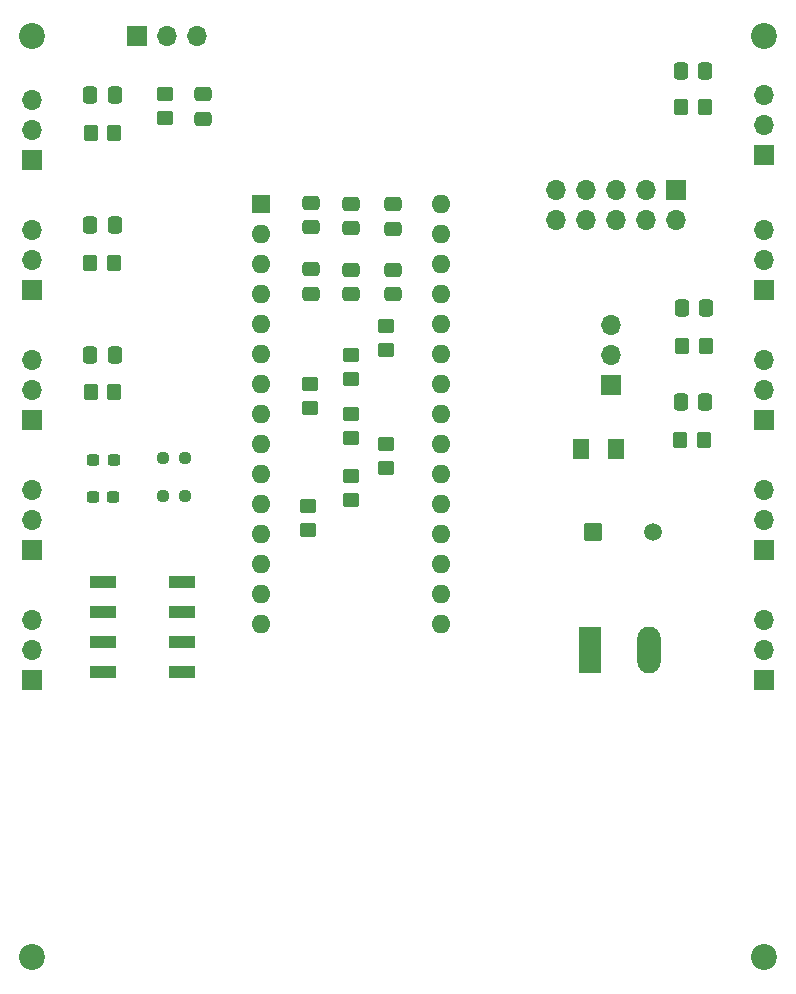
<source format=gbr>
%TF.GenerationSoftware,KiCad,Pcbnew,8.0.4*%
%TF.CreationDate,2025-01-16T20:27:34-05:00*%
%TF.ProjectId,eclipseControlPCB,65636c69-7073-4654-936f-6e74726f6c50,rev?*%
%TF.SameCoordinates,Original*%
%TF.FileFunction,Soldermask,Top*%
%TF.FilePolarity,Negative*%
%FSLAX46Y46*%
G04 Gerber Fmt 4.6, Leading zero omitted, Abs format (unit mm)*
G04 Created by KiCad (PCBNEW 8.0.4) date 2025-01-16 20:27:34*
%MOMM*%
%LPD*%
G01*
G04 APERTURE LIST*
G04 Aperture macros list*
%AMRoundRect*
0 Rectangle with rounded corners*
0 $1 Rounding radius*
0 $2 $3 $4 $5 $6 $7 $8 $9 X,Y pos of 4 corners*
0 Add a 4 corners polygon primitive as box body*
4,1,4,$2,$3,$4,$5,$6,$7,$8,$9,$2,$3,0*
0 Add four circle primitives for the rounded corners*
1,1,$1+$1,$2,$3*
1,1,$1+$1,$4,$5*
1,1,$1+$1,$6,$7*
1,1,$1+$1,$8,$9*
0 Add four rect primitives between the rounded corners*
20,1,$1+$1,$2,$3,$4,$5,0*
20,1,$1+$1,$4,$5,$6,$7,0*
20,1,$1+$1,$6,$7,$8,$9,0*
20,1,$1+$1,$8,$9,$2,$3,0*%
G04 Aperture macros list end*
%ADD10RoundRect,0.250000X-0.350000X-0.450000X0.350000X-0.450000X0.350000X0.450000X-0.350000X0.450000X0*%
%ADD11R,1.700000X1.700000*%
%ADD12O,1.700000X1.700000*%
%ADD13RoundRect,0.237500X-0.300000X-0.237500X0.300000X-0.237500X0.300000X0.237500X-0.300000X0.237500X0*%
%ADD14RoundRect,0.250000X0.450000X-0.350000X0.450000X0.350000X-0.450000X0.350000X-0.450000X-0.350000X0*%
%ADD15RoundRect,0.250000X0.475000X-0.337500X0.475000X0.337500X-0.475000X0.337500X-0.475000X-0.337500X0*%
%ADD16RoundRect,0.250000X-0.450000X0.350000X-0.450000X-0.350000X0.450000X-0.350000X0.450000X0.350000X0*%
%ADD17RoundRect,0.250000X-0.337500X-0.475000X0.337500X-0.475000X0.337500X0.475000X-0.337500X0.475000X0*%
%ADD18RoundRect,0.250001X0.462499X0.624999X-0.462499X0.624999X-0.462499X-0.624999X0.462499X-0.624999X0*%
%ADD19RoundRect,0.250000X-0.475000X0.337500X-0.475000X-0.337500X0.475000X-0.337500X0.475000X0.337500X0*%
%ADD20RoundRect,0.250000X0.350000X0.450000X-0.350000X0.450000X-0.350000X-0.450000X0.350000X-0.450000X0*%
%ADD21C,2.200000*%
%ADD22R,2.160000X1.120000*%
%ADD23RoundRect,0.250000X0.337500X0.475000X-0.337500X0.475000X-0.337500X-0.475000X0.337500X-0.475000X0*%
%ADD24R,1.600000X1.600000*%
%ADD25O,1.600000X1.600000*%
%ADD26R,1.980000X3.960000*%
%ADD27O,1.980000X3.960000*%
%ADD28RoundRect,0.237500X0.250000X0.237500X-0.250000X0.237500X-0.250000X-0.237500X0.250000X-0.237500X0*%
%ADD29RoundRect,0.102000X0.654000X-0.654000X0.654000X0.654000X-0.654000X0.654000X-0.654000X-0.654000X0*%
%ADD30C,1.512000*%
G04 APERTURE END LIST*
D10*
%TO.C,R6*%
X30977500Y-32185400D03*
X32977500Y-32185400D03*
%TD*%
D11*
%TO.C,J12*%
X26000000Y-34525000D03*
D12*
X26000000Y-31985000D03*
X26000000Y-29445000D03*
%TD*%
D11*
%TO.C,J3*%
X88000000Y-56525000D03*
D12*
X88000000Y-53985000D03*
X88000000Y-51445000D03*
%TD*%
D13*
%TO.C,D1*%
X31188300Y-59901200D03*
X32913300Y-59901200D03*
%TD*%
D14*
%TO.C,R15*%
X53010000Y-53021600D03*
X53010000Y-51021600D03*
%TD*%
D11*
%TO.C,J8*%
X75000000Y-53525000D03*
D12*
X75000000Y-50985000D03*
X75000000Y-48445000D03*
%TD*%
D15*
%TO.C,C4*%
X56566000Y-45845500D03*
X56566000Y-43770500D03*
%TD*%
D16*
%TO.C,R14*%
X53000000Y-56000000D03*
X53000000Y-58000000D03*
%TD*%
D11*
%TO.C,J2*%
X26000000Y-56525000D03*
D12*
X26000000Y-53985000D03*
X26000000Y-51445000D03*
%TD*%
D11*
%TO.C,J10*%
X88000000Y-78555000D03*
D12*
X88000000Y-76015000D03*
X88000000Y-73475000D03*
%TD*%
D17*
%TO.C,C9*%
X30925000Y-28985000D03*
X33000000Y-28985000D03*
%TD*%
D10*
%TO.C,R8*%
X30942700Y-43200400D03*
X32942700Y-43200400D03*
%TD*%
D11*
%TO.C,J6*%
X26000000Y-45540000D03*
D12*
X26000000Y-43000000D03*
X26000000Y-40460000D03*
%TD*%
D18*
%TO.C,F1*%
X75487500Y-59000000D03*
X72512500Y-59000000D03*
%TD*%
D19*
%TO.C,C3*%
X49606400Y-38131700D03*
X49606400Y-40206700D03*
%TD*%
D16*
%TO.C,R9*%
X37295400Y-28942700D03*
X37295400Y-30942700D03*
%TD*%
D20*
%TO.C,R13*%
X82976800Y-30000000D03*
X80976800Y-30000000D03*
%TD*%
%TO.C,R4*%
X82898400Y-58200400D03*
X80898400Y-58200400D03*
%TD*%
D11*
%TO.C,J15*%
X88000000Y-34080000D03*
D12*
X88000000Y-31540000D03*
X88000000Y-29000000D03*
%TD*%
D14*
%TO.C,R5*%
X49555600Y-55460000D03*
X49555600Y-53460000D03*
%TD*%
D11*
%TO.C,J5*%
X26000000Y-67540000D03*
D12*
X26000000Y-65000000D03*
X26000000Y-62460000D03*
%TD*%
D21*
%TO.C,H1*%
X26000000Y-102000000D03*
%TD*%
D15*
%TO.C,C5*%
X53010000Y-45845500D03*
X53010000Y-43770500D03*
%TD*%
D14*
%TO.C,R16*%
X56000000Y-60540000D03*
X56000000Y-58540000D03*
%TD*%
D22*
%TO.C,SW1*%
X32000000Y-70190000D03*
X32000000Y-72730000D03*
X32000000Y-75270000D03*
X32000000Y-77810000D03*
X38730000Y-77810000D03*
X38730000Y-75270000D03*
X38730000Y-72730000D03*
X38730000Y-70190000D03*
%TD*%
D15*
%TO.C,C6*%
X49606400Y-45816200D03*
X49606400Y-43741200D03*
%TD*%
D23*
%TO.C,C12*%
X83000000Y-27000000D03*
X80925000Y-27000000D03*
%TD*%
D21*
%TO.C,H3*%
X26000000Y-24000000D03*
%TD*%
D14*
%TO.C,R10*%
X56000000Y-50583200D03*
X56000000Y-48583200D03*
%TD*%
D21*
%TO.C,H4*%
X88000000Y-102000000D03*
%TD*%
D11*
%TO.C,J11*%
X26000000Y-78525000D03*
D12*
X26000000Y-75985000D03*
X26000000Y-73445000D03*
%TD*%
D14*
%TO.C,R12*%
X53010000Y-63283200D03*
X53010000Y-61283200D03*
%TD*%
D10*
%TO.C,R3*%
X30977500Y-54149600D03*
X32977500Y-54149600D03*
%TD*%
D11*
%TO.C,J4*%
X34920000Y-24000000D03*
D12*
X37460000Y-24000000D03*
X40000000Y-24000000D03*
%TD*%
D24*
%TO.C,A1*%
X45390000Y-38254800D03*
D25*
X45390000Y-40794800D03*
X45390000Y-43334800D03*
X45390000Y-45874800D03*
X45390000Y-48414800D03*
X45390000Y-50954800D03*
X45390000Y-53494800D03*
X45390000Y-56034800D03*
X45390000Y-58574800D03*
X45390000Y-61114800D03*
X45390000Y-63654800D03*
X45390000Y-66194800D03*
X45390000Y-68734800D03*
X45390000Y-71274800D03*
X45390000Y-73814800D03*
X60630000Y-73814800D03*
X60630000Y-71274800D03*
X60630000Y-68734800D03*
X60630000Y-66194800D03*
X60630000Y-63654800D03*
X60630000Y-61114800D03*
X60630000Y-58574800D03*
X60630000Y-56034800D03*
X60630000Y-53494800D03*
X60630000Y-50954800D03*
X60630000Y-48414800D03*
X60630000Y-45874800D03*
X60630000Y-43334800D03*
X60630000Y-40794800D03*
X60630000Y-38254800D03*
%TD*%
D17*
%TO.C,C10*%
X30925000Y-40000000D03*
X33000000Y-40000000D03*
%TD*%
D26*
%TO.C,J9*%
X73235000Y-76000000D03*
D27*
X78235000Y-76000000D03*
%TD*%
D28*
%TO.C,R2*%
X38934700Y-62901200D03*
X37109700Y-62901200D03*
%TD*%
D19*
%TO.C,C1*%
X56566000Y-38233300D03*
X56566000Y-40308300D03*
%TD*%
D13*
%TO.C,D2*%
X31137500Y-63000000D03*
X32862500Y-63000000D03*
%TD*%
D19*
%TO.C,C2*%
X53010000Y-38182500D03*
X53010000Y-40257500D03*
%TD*%
D20*
%TO.C,R7*%
X83037500Y-50251200D03*
X81037500Y-50251200D03*
%TD*%
D28*
%TO.C,R1*%
X38925700Y-59700800D03*
X37100700Y-59700800D03*
%TD*%
D14*
%TO.C,R11*%
X49352400Y-65823200D03*
X49352400Y-63823200D03*
%TD*%
D11*
%TO.C,J7*%
X88000000Y-45540000D03*
D12*
X88000000Y-43000000D03*
X88000000Y-40460000D03*
%TD*%
D21*
%TO.C,H2*%
X88000000Y-24000000D03*
%TD*%
D19*
%TO.C,C13*%
X40445000Y-28925000D03*
X40445000Y-31000000D03*
%TD*%
D29*
%TO.C,SW2*%
X73460000Y-66000000D03*
D30*
X78540000Y-66000000D03*
%TD*%
D11*
%TO.C,J1*%
X88000000Y-67555000D03*
D12*
X88000000Y-65015000D03*
X88000000Y-62475000D03*
%TD*%
D23*
%TO.C,C11*%
X83075000Y-47000000D03*
X81000000Y-47000000D03*
%TD*%
%TO.C,C8*%
X83000000Y-55000000D03*
X80925000Y-55000000D03*
%TD*%
D17*
%TO.C,C7*%
X30925000Y-51000000D03*
X33000000Y-51000000D03*
%TD*%
D11*
%TO.C,J16*%
X80540000Y-37000000D03*
D12*
X80540000Y-39540000D03*
X78000000Y-37000000D03*
X78000000Y-39540000D03*
X75460000Y-37000000D03*
X75460000Y-39540000D03*
X72920000Y-37000000D03*
X72920000Y-39540000D03*
X70380000Y-37000000D03*
X70380000Y-39540000D03*
%TD*%
M02*

</source>
